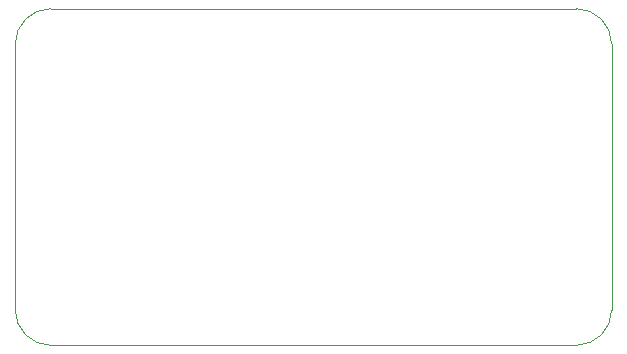
<source format=gm1>
G04 #@! TF.GenerationSoftware,KiCad,Pcbnew,5.1.4+dfsg1-1~bpo10+1*
G04 #@! TF.CreationDate,2019-10-02T20:55:18+02:00*
G04 #@! TF.ProjectId,iak-swr-meter,69616b2d-7377-4722-9d6d-657465722e6b,rev?*
G04 #@! TF.SameCoordinates,Original*
G04 #@! TF.FileFunction,Profile,NP*
%FSLAX46Y46*%
G04 Gerber Fmt 4.6, Leading zero omitted, Abs format (unit mm)*
G04 Created by KiCad (PCBNEW 5.1.4+dfsg1-1~bpo10+1) date 2019-10-02 20:55:19*
%MOMM*%
%LPD*%
G04 APERTURE LIST*
%ADD10C,0.050000*%
G04 APERTURE END LIST*
D10*
X8000000Y-11000000D02*
G75*
G02X5000000Y-8000000I0J3000000D01*
G01*
X8000000Y-11000000D02*
X52500000Y-11000000D01*
X5000000Y-8000000D02*
X5000000Y14500000D01*
X52500000Y17500000D02*
G75*
G02X55500000Y14500000I0J-3000000D01*
G01*
X55500000Y-8000000D02*
G75*
G02X52500000Y-11000000I-3000000J0D01*
G01*
X5000000Y14500000D02*
G75*
G02X8000000Y17500000I3000000J0D01*
G01*
X52500000Y17500000D02*
X8000000Y17500000D01*
X55500000Y-8000000D02*
X55500000Y14500000D01*
M02*

</source>
